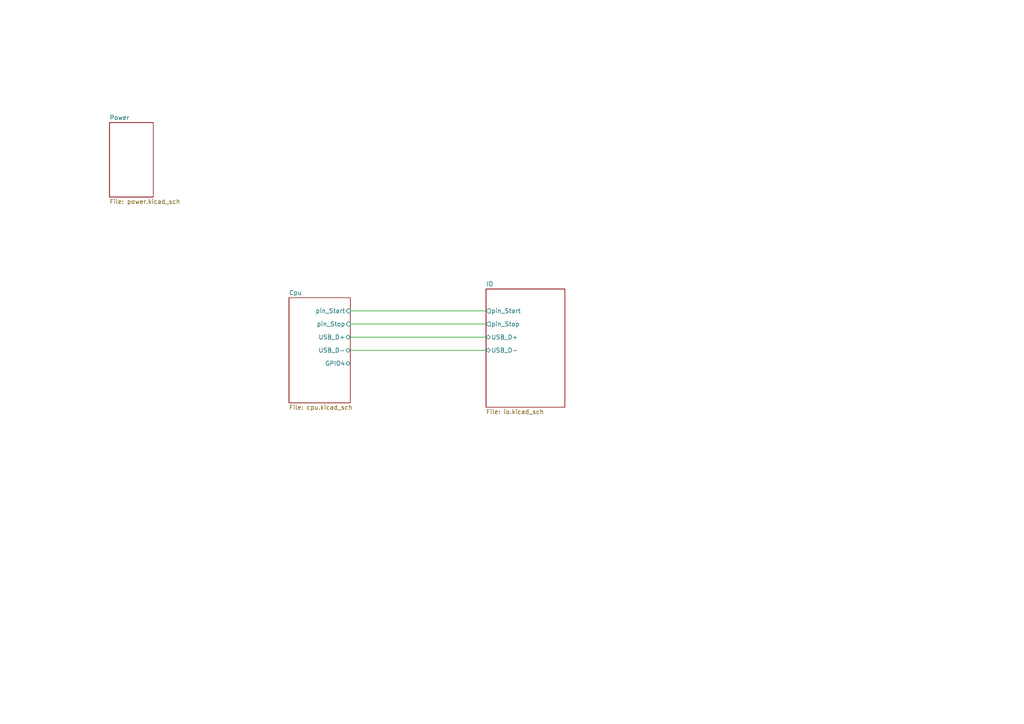
<source format=kicad_sch>
(kicad_sch
	(version 20250114)
	(generator "eeschema")
	(generator_version "9.0")
	(uuid "675f5d1a-8ed8-41c7-8ad5-a81acd0ca16b")
	(paper "A4")
	(lib_symbols)
	(wire
		(pts
			(xy 101.6 101.6) (xy 140.97 101.6)
		)
		(stroke
			(width 0)
			(type default)
		)
		(uuid "573e6c89-aa3b-4b8a-85cf-09f269e04673")
	)
	(wire
		(pts
			(xy 101.6 90.17) (xy 140.97 90.17)
		)
		(stroke
			(width 0)
			(type default)
		)
		(uuid "754582f8-68ea-4715-86fc-6114f265c92c")
	)
	(wire
		(pts
			(xy 101.6 93.98) (xy 140.97 93.98)
		)
		(stroke
			(width 0)
			(type default)
		)
		(uuid "8bb934ae-f685-48cc-829c-54746ed5655f")
	)
	(wire
		(pts
			(xy 101.6 97.79) (xy 140.97 97.79)
		)
		(stroke
			(width 0)
			(type default)
		)
		(uuid "c9b28387-361a-43ac-847a-615cda9c65e5")
	)
	(sheet
		(at 31.75 35.56)
		(size 12.7 21.59)
		(exclude_from_sim no)
		(in_bom yes)
		(on_board yes)
		(dnp no)
		(fields_autoplaced yes)
		(stroke
			(width 0.1524)
			(type solid)
		)
		(fill
			(color 0 0 0 0.0000)
		)
		(uuid "714aa7a2-5ee4-4be6-a048-2a4f5d502054")
		(property "Sheetname" "Power"
			(at 31.75 34.8484 0)
			(effects
				(font
					(size 1.27 1.27)
				)
				(justify left bottom)
			)
		)
		(property "Sheetfile" "power.kicad_sch"
			(at 31.75 57.7346 0)
			(effects
				(font
					(size 1.27 1.27)
				)
				(justify left top)
			)
		)
		(instances
			(project "openchrono"
				(path "/675f5d1a-8ed8-41c7-8ad5-a81acd0ca16b"
					(page "2")
				)
			)
		)
	)
	(sheet
		(at 83.82 86.36)
		(size 17.78 30.48)
		(exclude_from_sim no)
		(in_bom yes)
		(on_board yes)
		(dnp no)
		(fields_autoplaced yes)
		(stroke
			(width 0.1524)
			(type solid)
		)
		(fill
			(color 0 0 0 0.0000)
		)
		(uuid "77622d02-f0d9-4434-8e77-db6412390431")
		(property "Sheetname" "Cpu"
			(at 83.82 85.6484 0)
			(effects
				(font
					(size 1.27 1.27)
				)
				(justify left bottom)
			)
		)
		(property "Sheetfile" "cpu.kicad_sch"
			(at 83.82 117.4246 0)
			(effects
				(font
					(size 1.27 1.27)
				)
				(justify left top)
			)
		)
		(pin "GPIO4" bidirectional
			(at 101.6 105.41 0)
			(uuid "dbc003f6-dfbc-4f7a-9a1b-175d6a9debc6")
			(effects
				(font
					(size 1.27 1.27)
				)
				(justify right)
			)
		)
		(pin "pin_Start" input
			(at 101.6 90.17 0)
			(uuid "3f18309a-79e7-4a64-9f17-66a91edc8984")
			(effects
				(font
					(size 1.27 1.27)
				)
				(justify right)
			)
		)
		(pin "pin_Stop" input
			(at 101.6 93.98 0)
			(uuid "9725c803-52ea-4283-8077-54498a629c15")
			(effects
				(font
					(size 1.27 1.27)
				)
				(justify right)
			)
		)
		(pin "USB_D+" bidirectional
			(at 101.6 97.79 0)
			(uuid "0c9309a2-19d6-4109-a798-8054fb707052")
			(effects
				(font
					(size 1.27 1.27)
				)
				(justify right)
			)
		)
		(pin "USB_D-" bidirectional
			(at 101.6 101.6 0)
			(uuid "ed476131-d935-46f9-85cb-522b17178250")
			(effects
				(font
					(size 1.27 1.27)
				)
				(justify right)
			)
		)
		(instances
			(project "openchrono"
				(path "/675f5d1a-8ed8-41c7-8ad5-a81acd0ca16b"
					(page "3")
				)
			)
		)
	)
	(sheet
		(at 140.97 83.82)
		(size 22.86 34.29)
		(exclude_from_sim no)
		(in_bom yes)
		(on_board yes)
		(dnp no)
		(fields_autoplaced yes)
		(stroke
			(width 0.1524)
			(type solid)
		)
		(fill
			(color 0 0 0 0.0000)
		)
		(uuid "afa221d9-a1e4-442e-9008-7b88061a6c86")
		(property "Sheetname" "IO"
			(at 140.97 83.1084 0)
			(effects
				(font
					(size 1.27 1.27)
				)
				(justify left bottom)
			)
		)
		(property "Sheetfile" "io.kicad_sch"
			(at 140.97 118.6946 0)
			(effects
				(font
					(size 1.27 1.27)
				)
				(justify left top)
			)
		)
		(pin "pin_Start" output
			(at 140.97 90.17 180)
			(uuid "36d961b6-2c69-4df9-9412-a0bb8313d73d")
			(effects
				(font
					(size 1.27 1.27)
				)
				(justify left)
			)
		)
		(pin "pin_Stop" output
			(at 140.97 93.98 180)
			(uuid "bd14e1b1-bd08-47dc-a7e7-93037c8ec777")
			(effects
				(font
					(size 1.27 1.27)
				)
				(justify left)
			)
		)
		(pin "USB_D+" bidirectional
			(at 140.97 97.79 180)
			(uuid "2e39d369-0216-46b1-82e0-68333102a886")
			(effects
				(font
					(size 1.27 1.27)
				)
				(justify left)
			)
		)
		(pin "USB_D-" bidirectional
			(at 140.97 101.6 180)
			(uuid "be758f76-d311-4e3b-aecd-c45f859ac817")
			(effects
				(font
					(size 1.27 1.27)
				)
				(justify left)
			)
		)
		(instances
			(project "openchrono"
				(path "/675f5d1a-8ed8-41c7-8ad5-a81acd0ca16b"
					(page "4")
				)
			)
		)
	)
	(sheet_instances
		(path "/"
			(page "1")
		)
	)
	(embedded_fonts no)
)

</source>
